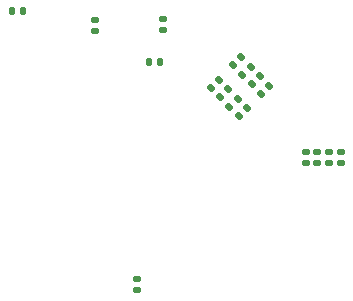
<source format=gbr>
%TF.GenerationSoftware,KiCad,Pcbnew,8.0.2*%
%TF.CreationDate,2024-05-26T20:11:31+02:00*%
%TF.ProjectId,protoB,70726f74-6f42-42e6-9b69-6361645f7063,rev?*%
%TF.SameCoordinates,PXbe7f170PY6de9350*%
%TF.FileFunction,Paste,Bot*%
%TF.FilePolarity,Positive*%
%FSLAX46Y46*%
G04 Gerber Fmt 4.6, Leading zero omitted, Abs format (unit mm)*
G04 Created by KiCad (PCBNEW 8.0.2) date 2024-05-26 20:11:31*
%MOMM*%
%LPD*%
G01*
G04 APERTURE LIST*
G04 Aperture macros list*
%AMRoundRect*
0 Rectangle with rounded corners*
0 $1 Rounding radius*
0 $2 $3 $4 $5 $6 $7 $8 $9 X,Y pos of 4 corners*
0 Add a 4 corners polygon primitive as box body*
4,1,4,$2,$3,$4,$5,$6,$7,$8,$9,$2,$3,0*
0 Add four circle primitives for the rounded corners*
1,1,$1+$1,$2,$3*
1,1,$1+$1,$4,$5*
1,1,$1+$1,$6,$7*
1,1,$1+$1,$8,$9*
0 Add four rect primitives between the rounded corners*
20,1,$1+$1,$2,$3,$4,$5,0*
20,1,$1+$1,$4,$5,$6,$7,0*
20,1,$1+$1,$6,$7,$8,$9,0*
20,1,$1+$1,$8,$9,$2,$3,0*%
G04 Aperture macros list end*
%ADD10RoundRect,0.147500X0.172500X-0.147500X0.172500X0.147500X-0.172500X0.147500X-0.172500X-0.147500X0*%
%ADD11RoundRect,0.147500X0.017678X-0.226274X0.226274X-0.017678X-0.017678X0.226274X-0.226274X0.017678X0*%
%ADD12RoundRect,0.147500X-0.017678X0.226274X-0.226274X0.017678X0.017678X-0.226274X0.226274X-0.017678X0*%
%ADD13RoundRect,0.147500X0.147500X0.172500X-0.147500X0.172500X-0.147500X-0.172500X0.147500X-0.172500X0*%
%ADD14RoundRect,0.147500X-0.172500X0.147500X-0.172500X-0.147500X0.172500X-0.147500X0.172500X0.147500X0*%
%ADD15RoundRect,0.140000X0.170000X-0.140000X0.170000X0.140000X-0.170000X0.140000X-0.170000X-0.140000X0*%
%ADD16RoundRect,0.140000X-0.140000X-0.170000X0.140000X-0.170000X0.140000X0.170000X-0.140000X0.170000X0*%
%ADD17RoundRect,0.140000X-0.170000X0.140000X-0.170000X-0.140000X0.170000X-0.140000X0.170000X0.140000X0*%
G04 APERTURE END LIST*
D10*
%TO.C,R8*%
X39050000Y12265000D03*
X39050000Y13235000D03*
%TD*%
D11*
%TO.C,C2*%
X30607053Y17057053D03*
X31292947Y17742947D03*
%TD*%
D12*
%TO.C,C8*%
X32392947Y20442947D03*
X31707053Y19757053D03*
%TD*%
D13*
%TO.C,R1*%
X13155000Y25160000D03*
X12185000Y25160000D03*
%TD*%
D12*
%TO.C,C6*%
X33192947Y19642947D03*
X32507053Y18957053D03*
%TD*%
D11*
%TO.C,C5*%
X31407053Y16257053D03*
X32092947Y16942947D03*
%TD*%
D12*
%TO.C,C4*%
X33992947Y18842947D03*
X33307053Y18157053D03*
%TD*%
%TO.C,C9*%
X31592947Y21242947D03*
X30907053Y20557053D03*
%TD*%
D10*
%TO.C,R9*%
X40050000Y12265000D03*
X40050000Y13235000D03*
%TD*%
%TO.C,R7*%
X37050000Y12265000D03*
X37050000Y13235000D03*
%TD*%
D11*
%TO.C,C3*%
X29807053Y17857053D03*
X30492947Y18542947D03*
%TD*%
D10*
%TO.C,C22*%
X22750000Y1515000D03*
X22750000Y2485000D03*
%TD*%
D11*
%TO.C,C1*%
X29007053Y18657053D03*
X29692947Y19342947D03*
%TD*%
D14*
%TO.C,R10*%
X38050000Y13235000D03*
X38050000Y12265000D03*
%TD*%
D15*
%TO.C,C16*%
X19250000Y23450000D03*
X19250000Y24410000D03*
%TD*%
D16*
%TO.C,C15*%
X23790000Y20850000D03*
X24750000Y20850000D03*
%TD*%
D17*
%TO.C,C14*%
X24950000Y24530000D03*
X24950000Y23570000D03*
%TD*%
M02*

</source>
